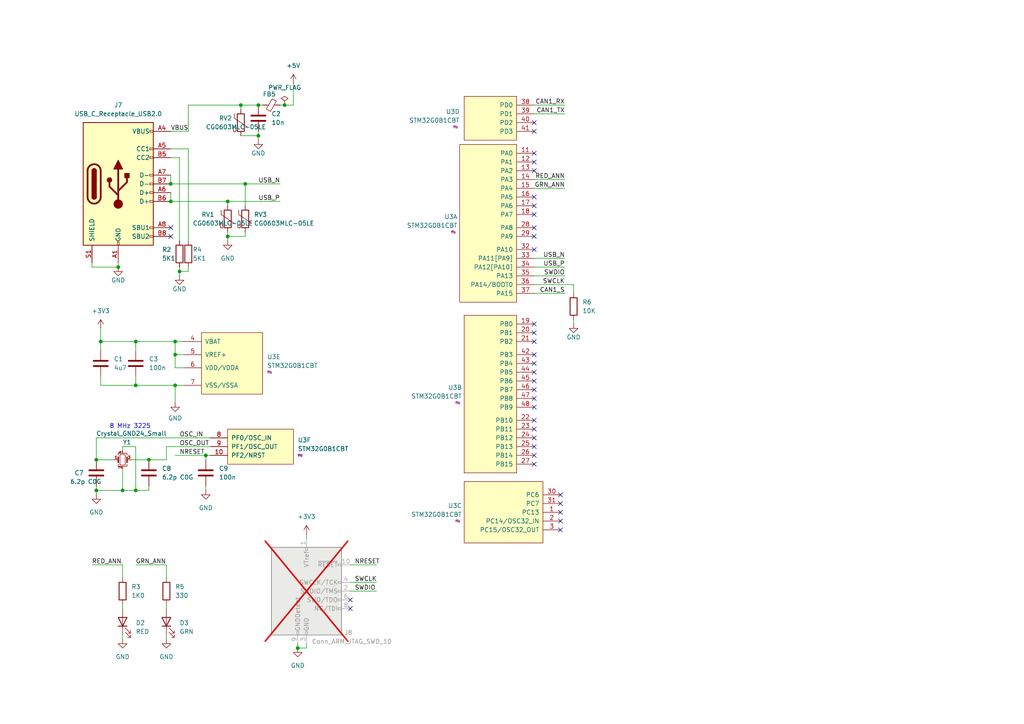
<source format=kicad_sch>
(kicad_sch (version 20250114) (generator "eeschema") (generator_version "9.0")
  (paper "A4")
  (lib_symbols
    (symbol "Connector:Conn_ARM_JTAG_SWD_10" (pin_names (offset 1.016))
      (property "Reference" "J" (at -2.54 16.51 0))
      (property "Value" "Conn_ARM_JTAG_SWD_10" (at -2.54 13.97 0))
      (symbol "Conn_ARM_JTAG_SWD_10_0_1"
        (rectangle (start -10.16 12.7) (end 10.16 -12.7) (stroke (width 0.254)) (fill (type background)))
        (rectangle (start -2.794 -12.7) (end -2.286 -11.684))
        (rectangle (start -0.254 12.7) (end 0.254 11.684))
        (rectangle (start -0.254 -12.7) (end 0.254 -11.684))
        (rectangle (start 9.144 2.286) (end 10.16 2.794))
        (rectangle (start 10.16 7.874) (end 9.144 7.366))
        (rectangle (start 10.16 -0.254) (end 9.144 0.254))
        (rectangle (start 10.16 -2.794) (end 9.144 -2.286))
      )
      (symbol "Conn_ARM_JTAG_SWD_10_1_1"
        (rectangle (start 9.144 -5.334) (end 10.16 -4.826))
        (pin no_connect line (at -10.16 0 0) (length 2.54) (hide yes) (name "KEY") (number "7"))
        (pin passive line (at -2.54 -15.24 90) (length 2.54) (name "GNDDetect") (number "9"))
        (pin power_in line (at 0 15.24 270) (length 2.54) (name "VTref") (number "1"))
        (pin power_in line (at 0 -15.24 90) (length 2.54) (name "GND") (number "3"))
        (pin passive line (at 0 -15.24 90) (length 2.54) (hide yes) (name "GND") (number "5"))
        (pin open_collector line (at 12.7 7.62 180) (length 2.54) (name "~{RESET}") (number "10"))
        (pin output line (at 12.7 2.54 180) (length 2.54) (name "SWCLK/TCK") (number "4"))
        (pin bidirectional line (at 12.7 0 180) (length 2.54) (name "SWDIO/TMS") (number "2"))
        (pin input line (at 12.7 -2.54 180) (length 2.54) (name "SWO/TDO") (number "6"))
        (pin output line (at 12.7 -5.08 180) (length 2.54) (name "NC/TDI") (number "8"))
      )
    )
    (symbol "Connector:USB_C_Receptacle_USB2.0_16P" (pin_names (offset 1.016))
      (property "Reference" "J" (at 0 22.225 0))
      (property "Value" "USB_C_Receptacle_USB2.0_16P" (at 0 19.685 0))
      (symbol "USB_C_Receptacle_USB2.0_16P_0_0"
        (rectangle (start -0.254 -17.78) (end 0.254 -16.764))
        (rectangle (start 10.16 15.494) (end 9.144 14.986))
        (rectangle (start 10.16 10.414) (end 9.144 9.906))
        (rectangle (start 10.16 7.874) (end 9.144 7.366))
        (rectangle (start 10.16 2.794) (end 9.144 2.286))
        (rectangle (start 10.16 0.254) (end 9.144 -0.254))
        (rectangle (start 10.16 -2.286) (end 9.144 -2.794))
        (rectangle (start 10.16 -4.826) (end 9.144 -5.334))
        (rectangle (start 10.16 -12.446) (end 9.144 -12.954))
        (rectangle (start 10.16 -14.986) (end 9.144 -15.494))
      )
      (symbol "USB_C_Receptacle_USB2.0_16P_0_1"
        (rectangle (start -10.16 17.78) (end 10.16 -17.78) (stroke (width 0.254)) (fill (type background)))
        (polyline (pts (xy -8.89 -3.81) (xy -8.89 3.81)) (stroke (width 0.508)))
        (rectangle (start -7.62 -3.81) (end -6.35 3.81) (stroke (width 0.254)) (fill (type outline)))
        (arc (start -7.62 3.81) (mid -6.985 4.4423) (end -6.35 3.81) (stroke (width 0.254)))
        (arc (start -7.62 3.81) (mid -6.985 4.4423) (end -6.35 3.81) (stroke (width 0.254)) (fill (type outline)))
        (arc (start -8.89 3.81) (mid -6.985 5.7067) (end -5.08 3.81) (stroke (width 0.508)))
        (arc (start -5.08 -3.81) (mid -6.985 -5.7067) (end -8.89 -3.81) (stroke (width 0.508)))
        (arc (start -6.35 -3.81) (mid -6.985 -4.4423) (end -7.62 -3.81) (stroke (width 0.254)))
        (arc (start -6.35 -3.81) (mid -6.985 -4.4423) (end -7.62 -3.81) (stroke (width 0.254)) (fill (type outline)))
        (polyline (pts (xy -5.08 3.81) (xy -5.08 -3.81)) (stroke (width 0.508)))
        (circle (center -2.54 1.143) (radius 0.635) (stroke (width 0.254)) (fill (type outline)))
        (polyline (pts (xy -1.27 4.318) (xy 0 6.858) (xy 1.27 4.318) (xy -1.27 4.318)) (stroke (width 0.254)) (fill (type outline)))
        (polyline (pts (xy 0 -2.032) (xy 2.54 0.508) (xy 2.54 1.778)) (stroke (width 0.508)))
        (polyline (pts (xy 0 -3.302) (xy -2.54 -0.762) (xy -2.54 0.508)) (stroke (width 0.508)))
        (polyline (pts (xy 0 -5.842) (xy 0 4.318)) (stroke (width 0.508)))
        (circle (center 0 -5.842) (radius 1.27) (fill (type outline)))
        (rectangle (start 1.905 1.778) (end 3.175 3.048) (stroke (width 0.254)) (fill (type outline)))
      )
      (symbol "USB_C_Receptacle_USB2.0_16P_1_1"
        (pin passive line (at -7.62 -22.86 90) (length 5.08) (name "SHIELD") (number "S1"))
        (pin passive line (at 0 -22.86 90) (length 5.08) (name "GND") (number "A1"))
        (pin passive line (at 0 -22.86 90) (length 5.08) (hide yes) (name "GND") (number "A12"))
        (pin passive line (at 0 -22.86 90) (length 5.08) (hide yes) (name "GND") (number "B1"))
        (pin passive line (at 0 -22.86 90) (length 5.08) (hide yes) (name "GND") (number "B12"))
        (pin passive line (at 15.24 15.24 180) (length 5.08) (name "VBUS") (number "A4"))
        (pin passive line (at 15.24 15.24 180) (length 5.08) (hide yes) (name "VBUS") (number "A9"))
        (pin passive line (at 15.24 15.24 180) (length 5.08) (hide yes) (name "VBUS") (number "B4"))
        (pin passive line (at 15.24 15.24 180) (length 5.08) (hide yes) (name "VBUS") (number "B9"))
        (pin bidirectional line (at 15.24 10.16 180) (length 5.08) (name "CC1") (number "A5"))
        (pin bidirectional line (at 15.24 7.62 180) (length 5.08) (name "CC2") (number "B5"))
        (pin bidirectional line (at 15.24 2.54 180) (length 5.08) (name "D-") (number "A7"))
        (pin bidirectional line (at 15.24 0 180) (length 5.08) (name "D-") (number "B7"))
        (pin bidirectional line (at 15.24 -2.54 180) (length 5.08) (name "D+") (number "A6"))
        (pin bidirectional line (at 15.24 -5.08 180) (length 5.08) (name "D+") (number "B6"))
        (pin bidirectional line (at 15.24 -12.7 180) (length 5.08) (name "SBU1") (number "A8"))
        (pin bidirectional line (at 15.24 -15.24 180) (length 5.08) (name "SBU2") (number "B8"))
      )
    )
    (symbol "Device:C" (pin_numbers (hide yes)) (pin_names (offset 0.254))
      (property "Reference" "C" (at 0.635 2.54 0))
      (property "Value" "C" (at 0.635 -2.54 0))
      (symbol "C_0_1"
        (polyline (pts (xy -2.032 0.762) (xy 2.032 0.762)) (stroke (width 0.508)))
        (polyline (pts (xy -2.032 -0.762) (xy 2.032 -0.762)) (stroke (width 0.508)))
      )
      (symbol "C_1_1"
        (pin passive line (at 0 3.81 270) (length 2.794) (name "~") (number "1"))
        (pin passive line (at 0 -3.81 90) (length 2.794) (name "~") (number "2"))
      )
    )
    (symbol "Device:Crystal_GND24_Small" (pin_names (offset 1.016) (hide yes))
      (property "Reference" "Y" (at 1.27 4.445 0))
      (property "Value" "Crystal_GND24_Small" (at 1.27 2.54 0))
      (symbol "Crystal_GND24_Small_0_1"
        (polyline (pts (xy -1.27 1.27) (xy -1.27 1.905) (xy 1.27 1.905) (xy 1.27 1.27)))
        (polyline (pts (xy -1.27 -0.762) (xy -1.27 0.762)) (stroke (width 0.381)))
        (polyline (pts (xy -1.27 -1.27) (xy -1.27 -1.905) (xy 1.27 -1.905) (xy 1.27 -1.27)))
        (rectangle (start -0.762 -1.524) (end 0.762 1.524))
        (polyline (pts (xy 1.27 -0.762) (xy 1.27 0.762)) (stroke (width 0.381)))
      )
      (symbol "Crystal_GND24_Small_1_1"
        (pin passive line (at -2.54 0 0) (length 1.27) (name "1") (number "1"))
        (pin passive line (at 0 2.54 270) (length 0.635) (name "4") (number "4"))
        (pin passive line (at 0 -2.54 90) (length 0.635) (name "2") (number "2"))
        (pin passive line (at 2.54 0 180) (length 1.27) (name "3") (number "3"))
      )
    )
    (symbol "Device:FerriteBead_Small" (pin_numbers (hide yes)) (pin_names (offset 0))
      (property "Reference" "FB" (at 1.905 1.27 0))
      (property "Value" "FerriteBead_Small" (at 1.905 -1.27 0))
      (symbol "FerriteBead_Small_0_1"
        (polyline (pts (xy -1.8288 0.2794) (xy -1.1176 1.4986) (xy 1.8288 -0.2032) (xy 1.1176 -1.4224) (xy -1.8288 0.2794)))
        (polyline (pts (xy 0 0.889) (xy 0 1.2954)))
        (polyline (pts (xy 0 -1.27) (xy 0 -0.7874)))
      )
      (symbol "FerriteBead_Small_1_1"
        (pin passive line (at 0 2.54 270) (length 1.27) (name "~") (number "1"))
        (pin passive line (at 0 -2.54 90) (length 1.27) (name "~") (number "2"))
      )
    )
    (symbol "Device:LED" (pin_numbers (hide yes)) (pin_names (offset 1.016) (hide yes))
      (property "Reference" "D" (at 0 2.54 0))
      (property "Value" "LED" (at 0 -2.54 0))
      (symbol "LED_0_1"
        (polyline (pts (xy -3.048 -0.762) (xy -4.572 -2.286) (xy -3.81 -2.286) (xy -4.572 -2.286) (xy -4.572 -1.524)))
        (polyline (pts (xy -1.778 -0.762) (xy -3.302 -2.286) (xy -2.54 -2.286) (xy -3.302 -2.286) (xy -3.302 -1.524)))
        (polyline (pts (xy -1.27 0) (xy 1.27 0)))
        (polyline (pts (xy -1.27 -1.27) (xy -1.27 1.27)) (stroke (width 0.254)))
        (polyline (pts (xy 1.27 -1.27) (xy 1.27 1.27) (xy -1.27 0) (xy 1.27 -1.27)) (stroke (width 0.254)))
      )
      (symbol "LED_1_1"
        (pin passive line (at -3.81 0 0) (length 2.54) (name "K") (number "1"))
        (pin passive line (at 3.81 0 180) (length 2.54) (name "A") (number "2"))
      )
    )
    (symbol "Device:R" (pin_numbers (hide yes)) (pin_names (offset 0))
      (property "Reference" "R" (at 2.032 0 90))
      (property "Value" "R" (at 0 0 90))
      (symbol "R_0_1"
        (rectangle (start -1.016 -2.54) (end 1.016 2.54) (stroke (width 0.254)))
      )
      (symbol "R_1_1"
        (pin passive line (at 0 3.81 270) (length 1.27) (name "~") (number "1"))
        (pin passive line (at 0 -3.81 90) (length 1.27) (name "~") (number "2"))
      )
    )
    (symbol "Device:Varistor" (pin_numbers (hide yes)) (pin_names (offset 0))
      (property "Reference" "RV" (at 3.175 0 90))
      (property "Value" "Varistor" (at -3.175 0 90))
      (symbol "Varistor_0_0"
        (text "U" (at -1.778 -2.032 0) (effects (font (size 1.27 1.27))))
      )
      (symbol "Varistor_0_1"
        (polyline (pts (xy -1.905 2.54) (xy -1.905 1.27) (xy 1.905 -1.27)))
        (rectangle (start -1.016 -2.54) (end 1.016 2.54) (stroke (width 0.254)))
      )
      (symbol "Varistor_1_1"
        (pin passive line (at 0 3.81 270) (length 1.27) (name "~") (number "1"))
        (pin passive line (at 0 -3.81 90) (length 1.27) (name "~") (number "2"))
      )
    )
    (symbol "ch:STM32G0B1CBT" (pin_names (offset 1.016))
      (property "Reference" "U" (at 3.81 10.16 0))
      (property "Value" "STM32G0B1CBT" (at 0 -25.4 0))
      (property "Fit" "fit: " (at 6.35 10.16 0))
      (symbol "STM32G0B1CBT_1_1"
        (rectangle (start -8.89 24.13) (end 7.62 -21.59) (fill (type background)))
        (pin bidirectional line (at -13.97 21.59 0) (length 5.08) (name "PA0") (number "11"))
        (pin bidirectional line (at -13.97 19.05 0) (length 5.08) (name "PA1") (number "12"))
        (pin bidirectional line (at -13.97 16.51 0) (length 5.08) (name "PA2") (number "13"))
        (pin bidirectional line (at -13.97 13.97 0) (length 5.08) (name "PA3") (number "14"))
        (pin bidirectional line (at -13.97 11.43 0) (length 5.08) (name "PA4") (number "15"))
        (pin bidirectional line (at -13.97 8.89 0) (length 5.08) (name "PA5") (number "16"))
        (pin bidirectional line (at -13.97 6.35 0) (length 5.08) (name "PA6") (number "17"))
        (pin bidirectional line (at -13.97 3.81 0) (length 5.08) (name "PA7") (number "18"))
        (pin bidirectional line (at -13.97 0 0) (length 5.08) (name "PA8") (number "28"))
        (pin bidirectional line (at -13.97 -2.54 0) (length 5.08) (name "PA9") (number "29"))
        (pin bidirectional line (at -13.97 -6.35 0) (length 5.08) (name "PA10") (number "32"))
        (pin bidirectional line (at -13.97 -8.89 0) (length 5.08) (name "PA11[PA9]") (number "33"))
        (pin bidirectional line (at -13.97 -11.43 0) (length 5.08) (name "PA12[PA10]") (number "34"))
        (pin bidirectional line (at -13.97 -13.97 0) (length 5.08) (name "PA13") (number "35"))
        (pin bidirectional line (at -13.97 -16.51 0) (length 5.08) (name "PA14/BOOT0") (number "36"))
        (pin bidirectional line (at -13.97 -19.05 0) (length 5.08) (name "PA15") (number "37"))
      )
      (symbol "STM32G0B1CBT_2_1"
        (rectangle (start -7.62 22.86) (end 7.62 -22.86) (fill (type background)))
        (pin bidirectional line (at -12.7 20.32 0) (length 5.08) (name "PB0") (number "19"))
        (pin bidirectional line (at -12.7 17.78 0) (length 5.08) (name "PB1") (number "20"))
        (pin bidirectional line (at -12.7 15.24 0) (length 5.08) (name "PB2") (number "21"))
        (pin bidirectional line (at -12.7 11.43 0) (length 5.08) (name "PB3") (number "42"))
        (pin bidirectional line (at -12.7 8.89 0) (length 5.08) (name "PB4") (number "43"))
        (pin bidirectional line (at -12.7 6.35 0) (length 5.08) (name "PB5") (number "44"))
        (pin bidirectional line (at -12.7 3.81 0) (length 5.08) (name "PB6") (number "45"))
        (pin bidirectional line (at -12.7 1.27 0) (length 5.08) (name "PB7") (number "46"))
        (pin bidirectional line (at -12.7 -1.27 0) (length 5.08) (name "PB8") (number "47"))
        (pin bidirectional line (at -12.7 -3.81 0) (length 5.08) (name "PB9") (number "48"))
        (pin bidirectional line (at -12.7 -7.62 0) (length 5.08) (name "PB10") (number "22"))
        (pin bidirectional line (at -12.7 -10.16 0) (length 5.08) (name "PB11") (number "23"))
        (pin bidirectional line (at -12.7 -12.7 0) (length 5.08) (name "PB12") (number "24"))
        (pin bidirectional line (at -12.7 -15.24 0) (length 5.08) (name "PB13") (number "25"))
        (pin bidirectional line (at -12.7 -17.78 0) (length 5.08) (name "PB14") (number "26"))
        (pin bidirectional line (at -12.7 -20.32 0) (length 5.08) (name "PB15") (number "27"))
      )
      (symbol "STM32G0B1CBT_3_1"
        (rectangle (start -11.43 8.89) (end 11.43 -8.89) (fill (type background)))
        (pin bidirectional line (at -16.51 5.08 0) (length 5.08) (name "PC6") (number "30"))
        (pin bidirectional line (at -16.51 2.54 0) (length 5.08) (name "PC7") (number "31"))
        (pin bidirectional line (at -16.51 0 0) (length 5.08) (name "PC13") (number "1"))
        (pin bidirectional line (at -16.51 -2.54 0) (length 5.08) (name "PC14/OSC32_IN") (number "2"))
        (pin bidirectional line (at -16.51 -5.08 0) (length 5.08) (name "PC15/OSC32_OUT") (number "3"))
      )
      (symbol "STM32G0B1CBT_4_1"
        (rectangle (start -7.62 6.35) (end 7.62 -6.35) (fill (type background)))
        (pin bidirectional line (at -12.7 3.81 0) (length 5.08) (name "PD0") (number "38"))
        (pin bidirectional line (at -12.7 1.27 0) (length 5.08) (name "PD1") (number "39"))
        (pin bidirectional line (at -12.7 -1.27 0) (length 5.08) (name "PD2") (number "40"))
        (pin bidirectional line (at -12.7 -3.81 0) (length 5.08) (name "PD3") (number "41"))
      )
      (symbol "STM32G0B1CBT_5_1"
        (rectangle (start -8.89 8.89) (end 8.89 -8.89) (fill (type background)))
        (pin power_in line (at -13.97 6.35 0) (length 5.08) (name "VBAT") (number "4"))
        (pin power_in line (at -13.97 2.54 0) (length 5.08) (name "VREF+") (number "5"))
        (pin power_in line (at -13.97 -1.27 0) (length 5.08) (name "VDD/VDDA") (number "6"))
        (pin power_in line (at -13.97 -6.35 0) (length 5.08) (name "VSS/VSSA") (number "7"))
      )
      (symbol "STM32G0B1CBT_6_1"
        (rectangle (start -10.16 5.08) (end 8.89 -5.08) (fill (type background)))
        (pin bidirectional line (at -15.24 2.54 0) (length 5.08) (name "PF0/OSC_IN") (number "8"))
        (pin bidirectional line (at -15.24 0 0) (length 5.08) (name "PF1/OSC_OUT") (number "9"))
        (pin bidirectional line (at -15.24 -2.54 0) (length 5.08) (name "PF2/NRST") (number "10"))
      )
    )
    (symbol "power:+3V3" (power) (pin_numbers (hide yes)) (pin_names (offset 0) (hide yes))
      (property "Value" "+3V3" (at 0 3.556 0))
      (symbol "+3V3_0_1"
        (polyline (pts (xy -0.762 1.27) (xy 0 2.54)))
        (polyline (pts (xy 0 2.54) (xy 0.762 1.27)))
        (polyline (pts (xy 0 0) (xy 0 2.54)))
      )
      (symbol "+3V3_1_1"
        (pin power_in line (at 0 0 90) (length 0) (name "~") (number "1"))
      )
    )
    (symbol "power:+5V" (power) (pin_numbers (hide yes)) (pin_names (offset 0) (hide yes))
      (property "Value" "+5V" (at 0 3.556 0))
      (symbol "+5V_0_1"
        (polyline (pts (xy -0.762 1.27) (xy 0 2.54)))
        (polyline (pts (xy 0 2.54) (xy 0.762 1.27)))
        (polyline (pts (xy 0 0) (xy 0 2.54)))
      )
      (symbol "+5V_1_1"
        (pin power_in line (at 0 0 90) (length 0) (name "~") (number "1"))
      )
    )
    (symbol "power:GND" (power) (pin_numbers (hide yes)) (pin_names (offset 0) (hide yes))
      (property "Value" "GND" (at 0 -3.81 0))
      (symbol "GND_0_1"
        (polyline (pts (xy 0 0) (xy 0 -1.27) (xy 1.27 -1.27) (xy 0 -2.54) (xy -1.27 -1.27) (xy 0 -1.27)))
      )
      (symbol "GND_1_1"
        (pin power_in line (at 0 0 270) (length 0) (name "~") (number "1"))
      )
    )
    (symbol "power:PWR_FLAG" (power) (pin_numbers (hide yes)) (pin_names (offset 0) (hide yes))
      (property "Value" "PWR_FLAG" (at 0 3.81 0))
      (symbol "PWR_FLAG_0_0"
        (pin power_out line (at 0 0 90) (length 0) (name "~") (number "1"))
      )
      (symbol "PWR_FLAG_0_1"
        (polyline (pts (xy 0 0) (xy 0 1.27) (xy -1.016 1.905) (xy 0 2.54) (xy 1.016 1.905) (xy 0 1.27)))
      )
    )
  )
  (text "8 MHz 3225" (at 31.75 124.46 0) (effects (font (size 1.27 1.27)) (justify left bottom)))
  (junction (at 29.21 99.06))
  (junction (at 39.37 142.24))
  (junction (at 71.12 53.34))
  (junction (at 86.36 187.96))
  (junction (at 49.53 58.42))
  (junction (at 27.94 133.35))
  (junction (at 34.29 77.47))
  (junction (at 66.04 68.58))
  (junction (at 43.18 133.35))
  (junction (at 50.8 102.87))
  (junction (at 39.37 99.06))
  (junction (at 59.69 132.08))
  (junction (at 49.53 53.34))
  (junction (at 35.56 142.24))
  (junction (at 82.55 30.48))
  (junction (at 74.93 39.37))
  (junction (at 74.93 30.48))
  (junction (at 50.8 111.76))
  (junction (at 27.94 142.24))
  (junction (at 69.85 30.48))
  (junction (at 39.37 111.76))
  (junction (at 66.04 58.42))
  (junction (at 52.07 78.74))
  (junction (at 50.8 99.06))
  (no_connect (at 154.94 115.57))
  (no_connect (at 154.94 46.99))
  (no_connect (at 154.94 132.08))
  (no_connect (at 154.94 99.06))
  (no_connect (at 154.94 127))
  (no_connect (at 154.94 110.49))
  (no_connect (at 154.94 57.15))
  (no_connect (at 49.53 66.04))
  (no_connect (at 154.94 44.45))
  (no_connect (at 162.56 143.51))
  (no_connect (at 154.94 72.39))
  (no_connect (at 49.53 68.58))
  (no_connect (at 154.94 59.69))
  (no_connect (at 154.94 107.95))
  (no_connect (at 154.94 62.23))
  (no_connect (at 154.94 118.11))
  (no_connect (at 154.94 93.98))
  (no_connect (at 154.94 38.1))
  (no_connect (at 154.94 49.53))
  (no_connect (at 154.94 35.56))
  (no_connect (at 154.94 121.92))
  (no_connect (at 154.94 68.58))
  (no_connect (at 154.94 66.04))
  (no_connect (at 154.94 105.41))
  (no_connect (at 154.94 96.52))
  (no_connect (at 101.6 173.99))
  (no_connect (at 154.94 124.46))
  (no_connect (at 154.94 129.54))
  (no_connect (at 154.94 102.87))
  (no_connect (at 154.94 134.62))
  (no_connect (at 154.94 113.03))
  (no_connect (at 162.56 151.13))
  (no_connect (at 162.56 148.59))
  (no_connect (at 162.56 153.67))
  (no_connect (at 101.6 176.53))
  (no_connect (at 162.56 146.05))
  (wire (pts (xy 66.04 68.58) (xy 71.12 68.58)))
  (wire (pts (xy 88.9 187.96) (xy 86.36 187.96)))
  (wire (pts (xy 50.8 116.84) (xy 50.8 111.76)))
  (wire (pts (xy 29.21 99.06) (xy 39.37 99.06)))
  (wire (pts (xy 52.07 77.47) (xy 52.07 78.74)))
  (wire (pts (xy 163.83 80.01) (xy 154.94 80.01)))
  (wire (pts (xy 163.83 30.48) (xy 154.94 30.48)))
  (wire (pts (xy 35.56 135.89) (xy 35.56 142.24)))
  (wire (pts (xy 54.61 30.48) (xy 54.61 38.1)))
  (wire (pts (xy 163.83 33.02) (xy 154.94 33.02)))
  (wire (pts (xy 35.56 129.54) (xy 39.37 129.54)))
  (wire (pts (xy 27.94 133.35) (xy 33.02 133.35)))
  (wire (pts (xy 163.83 85.09) (xy 154.94 85.09)))
  (wire (pts (xy 26.67 163.83) (xy 35.56 163.83)))
  (wire (pts (xy 38.1 133.35) (xy 43.18 133.35)))
  (wire (pts (xy 48.26 133.35) (xy 48.26 129.54)))
  (wire (pts (xy 74.93 30.48) (xy 76.2 30.48)))
  (wire (pts (xy 59.69 132.08) (xy 59.69 133.35)))
  (wire (pts (xy 69.85 30.48) (xy 69.85 31.75)))
  (wire (pts (xy 39.37 101.6) (xy 39.37 99.06)))
  (wire (pts (xy 66.04 67.31) (xy 66.04 68.58)))
  (wire (pts (xy 59.69 132.08) (xy 60.96 132.08)))
  (wire (pts (xy 39.37 111.76) (xy 50.8 111.76)))
  (wire (pts (xy 39.37 129.54) (xy 39.37 142.24)))
  (wire (pts (xy 69.85 30.48) (xy 74.93 30.48)))
  (wire (pts (xy 101.6 168.91) (xy 109.22 168.91)))
  (wire (pts (xy 53.34 106.68) (xy 50.8 106.68)))
  (wire (pts (xy 71.12 67.31) (xy 71.12 68.58)))
  (wire (pts (xy 27.94 127) (xy 60.96 127)))
  (wire (pts (xy 35.56 184.15) (xy 35.56 185.42)))
  (wire (pts (xy 50.8 99.06) (xy 50.8 102.87)))
  (wire (pts (xy 163.83 52.07) (xy 154.94 52.07)))
  (wire (pts (xy 48.26 133.35) (xy 43.18 133.35)))
  (wire (pts (xy 52.07 45.72) (xy 49.53 45.72)))
  (wire (pts (xy 35.56 175.26) (xy 35.56 176.53)))
  (wire (pts (xy 52.07 78.74) (xy 52.07 80.01)))
  (wire (pts (xy 69.85 39.37) (xy 74.93 39.37)))
  (wire (pts (xy 29.21 109.22) (xy 29.21 111.76)))
  (wire (pts (xy 39.37 142.24) (xy 43.18 142.24)))
  (wire (pts (xy 85.09 24.13) (xy 85.09 30.48)))
  (wire (pts (xy 71.12 53.34) (xy 71.12 59.69)))
  (wire (pts (xy 50.8 111.76) (xy 53.34 111.76)))
  (wire (pts (xy 29.21 111.76) (xy 39.37 111.76)))
  (wire (pts (xy 66.04 58.42) (xy 66.04 59.69)))
  (wire (pts (xy 48.26 163.83) (xy 48.26 167.64)))
  (wire (pts (xy 50.8 102.87) (xy 53.34 102.87)))
  (wire (pts (xy 163.83 54.61) (xy 154.94 54.61)))
  (wire (pts (xy 50.8 99.06) (xy 53.34 99.06)))
  (wire (pts (xy 74.93 39.37) (xy 74.93 40.64)))
  (wire (pts (xy 27.94 140.97) (xy 27.94 142.24)))
  (wire (pts (xy 54.61 38.1) (xy 49.53 38.1)))
  (wire (pts (xy 85.09 30.48) (xy 82.55 30.48)))
  (wire (pts (xy 166.37 92.71) (xy 166.37 93.98)))
  (wire (pts (xy 54.61 78.74) (xy 54.61 77.47)))
  (wire (pts (xy 39.37 163.83) (xy 48.26 163.83)))
  (wire (pts (xy 163.83 74.93) (xy 154.94 74.93)))
  (wire (pts (xy 49.53 50.8) (xy 49.53 53.34)))
  (wire (pts (xy 49.53 55.88) (xy 49.53 58.42)))
  (wire (pts (xy 27.94 142.24) (xy 35.56 142.24)))
  (wire (pts (xy 101.6 171.45) (xy 109.22 171.45)))
  (wire (pts (xy 34.29 76.2) (xy 34.29 77.47)))
  (wire (pts (xy 49.53 53.34) (xy 71.12 53.34)))
  (wire (pts (xy 39.37 109.22) (xy 39.37 111.76)))
  (wire (pts (xy 54.61 78.74) (xy 52.07 78.74)))
  (wire (pts (xy 43.18 142.24) (xy 43.18 140.97)))
  (wire (pts (xy 29.21 101.6) (xy 29.21 99.06)))
  (wire (pts (xy 50.8 102.87) (xy 50.8 106.68)))
  (wire (pts (xy 27.94 127) (xy 27.94 133.35)))
  (wire (pts (xy 48.26 175.26) (xy 48.26 176.53)))
  (wire (pts (xy 29.21 95.25) (xy 29.21 99.06)))
  (wire (pts (xy 59.69 140.97) (xy 59.69 142.24)))
  (wire (pts (xy 166.37 82.55) (xy 154.94 82.55)))
  (wire (pts (xy 35.56 130.81) (xy 35.56 129.54)))
  (wire (pts (xy 52.07 69.85) (xy 52.07 45.72)))
  (wire (pts (xy 166.37 82.55) (xy 166.37 85.09)))
  (wire (pts (xy 54.61 30.48) (xy 69.85 30.48)))
  (wire (pts (xy 86.36 186.69) (xy 86.36 187.96)))
  (wire (pts (xy 82.55 30.48) (xy 81.28 30.48)))
  (wire (pts (xy 35.56 142.24) (xy 39.37 142.24)))
  (wire (pts (xy 39.37 99.06) (xy 50.8 99.06)))
  (wire (pts (xy 74.93 39.37) (xy 74.93 38.1)))
  (wire (pts (xy 54.61 69.85) (xy 54.61 43.18)))
  (wire (pts (xy 27.94 142.24) (xy 27.94 143.51)))
  (wire (pts (xy 49.53 58.42) (xy 66.04 58.42)))
  (wire (pts (xy 54.61 43.18) (xy 49.53 43.18)))
  (wire (pts (xy 48.26 184.15) (xy 48.26 185.42)))
  (wire (pts (xy 35.56 163.83) (xy 35.56 167.64)))
  (wire (pts (xy 26.67 77.47) (xy 34.29 77.47)))
  (wire (pts (xy 88.9 154.94) (xy 88.9 156.21)))
  (wire (pts (xy 163.83 77.47) (xy 154.94 77.47)))
  (wire (pts (xy 66.04 68.58) (xy 66.04 69.85)))
  (wire (pts (xy 26.67 76.2) (xy 26.67 77.47)))
  (wire (pts (xy 50.8 132.08) (xy 59.69 132.08)))
  (wire (pts (xy 48.26 129.54) (xy 60.96 129.54)))
  (wire (pts (xy 66.04 58.42) (xy 81.28 58.42)))
  (wire (pts (xy 71.12 53.34) (xy 81.28 53.34)))
  (wire (pts (xy 101.6 163.83) (xy 109.22 163.83)))
  (wire (pts (xy 88.9 186.69) (xy 88.9 187.96)))
  (label "VBUS" (at 49.53 38.1 0))
  (label "SWCLK" (at 163.83 82.55 180))
  (label "OSC_IN" (at 52.07 127 0))
  (label "USB_N" (at 74.93 53.34 0))
  (label "OSC_OUT" (at 52.07 129.54 0))
  (label "NRESET" (at 102.87 163.83 0))
  (label "USB_N" (at 163.83 74.93 180))
  (label "SWDIO" (at 102.87 171.45 0))
  (label "RED_ANN" (at 26.67 163.83 0))
  (label "USB_P" (at 74.93 58.42 0))
  (label "GRN_ANN" (at 39.37 163.83 0))
  (label "SWCLK" (at 102.87 168.91 0))
  (label "CAN1_RX" (at 163.83 30.48 180))
  (label "SWDIO" (at 163.83 80.01 180))
  (label "CAN1_TX" (at 163.83 33.02 180))
  (label "NRESET" (at 52.07 132.08 0))
  (label "USB_P" (at 163.83 77.47 180))
  (label "CAN1_S" (at 163.83 85.09 180))
  (label "RED_ANN" (at 163.83 52.07 180))
  (label "GRN_ANN" (at 163.83 54.61 180))
  (symbol (lib_id "Device:Varistor") (at 71.12 63.5 0) (unit 1)
    (property "Reference" "RV3" (at 73.66 62.23 0) (effects (justify left)))
    (property "Value" "CG0603MLC-05LE" (at 73.66 64.77 0) (effects (justify left)))
    (property "Description" "Voltage dependent resistor" (effects (hide yes)))
    (property "Sim.Name" "kicad_builtin_varistor" (effects (hide yes)))
    (property "Sim.Device" "SUBCKT" (effects (hide yes)))
    (property "Sim.Pins" "1=A 2=B" (effects (hide yes)))
    (property "Sim.Params" "threshold=1k" (effects (hide yes)))
    (property "Sim.Library" "${KICAD7_SYMBOL_DIR}/Simulation_SPICE.sp" (effects (hide yes)))
  )
  (symbol (lib_id "power:+5V") (at 85.09 24.13 0) (unit 1)
    (property "Reference" "#PWR018" (effects (hide yes)))
    (property "Value" "+5V" (at 85.09 19.05 0))
    (property "Description" "Power symbol creates a global label with name \"+5V\"" (effects (hide yes)))
  )
  (symbol (lib_id "power:+3V3") (at 29.21 95.25 0) (unit 1)
    (property "Reference" "#PWR08" (effects (hide yes)))
    (property "Value" "+3V3" (at 29.21 90.17 0))
    (property "Description" "Power symbol creates a global label with name \"+3V3\"" (effects (hide yes)))
  )
  (symbol (lib_id "power:GND") (at 66.04 69.85 0) (unit 1)
    (property "Reference" "#PWR09" (effects (hide yes)))
    (property "Value" "GND" (at 66.04 74.93 0))
    (property "Description" "Power symbol creates a global label with name \"GND\" , ground" (effects (hide yes)))
  )
  (symbol (lib_id "ch:STM32G0B1CBT") (at 67.31 105.41 0) (unit 5)
    (property "Reference" "U3" (at 77.47 103.505 0) (effects (justify left)))
    (property "Value" "STM32G0B1CBT" (at 77.47 106.045 0) (effects (justify left)))
    (property "Footprint" "Package_QFP:LQFP-48_7x7mm_P0.5mm" (effects (hide yes)))
    (property "Datasheet" "$PTX_DATASHEETS/datasheets/Microcontroller/STW_stm32g0b1re.pdf" (effects (hide yes)))
    (property "Datasheet2" "$PTX_DATASHEETS/datasheets/Microcontroller/STW_stm32g0b1re_reference_maual.pdf" (effects (hide yes)))
    (property "Manufacturer" "ST" (effects (hide yes)))
    (property "MPN" "STM32G0B1CBT" (effects (hide yes)))
    (property "Fit" "fit: " (at 77.47 107.95 0) (effects (font (size 0.635 0.635)) (justify left)))
    (property "State" "reviewed" (effects (hide yes)))
    (property "Package" "LQFP48" (effects (hide yes)))
  )
  (symbol (lib_id "Device:Crystal_GND24_Small") (at 35.56 133.35 0) (unit 1)
    (property "Reference" "Y1" (at 36.83 128.27 0))
    (property "Value" "Crystal_GND24_Small" (at 38.1 125.73 0))
    (property "Description" "Four pin crystal, GND on pins 2 and 4, small symbol" (effects (hide yes)))
  )
  (symbol (lib_id "Device:C") (at 29.21 105.41 0) (unit 1)
    (property "Reference" "C1" (at 33.02 104.1399 0) (effects (justify left)))
    (property "Value" "4u7" (at 33.02 106.6799 0) (effects (justify left)))
    (property "Description" "Unpolarized capacitor" (effects (hide yes)))
  )
  (symbol (lib_id "ch:STM32G0B1CBT") (at 146.05 148.59 0) (mirror y) (unit 3)
    (property "Reference" "U3" (at 133.985 146.685 0) (effects (justify left)))
    (property "Value" "STM32G0B1CBT" (at 133.985 149.225 0) (effects (justify left)))
    (property "Footprint" "Package_QFP:LQFP-48_7x7mm_P0.5mm" (effects (hide yes)))
    (property "Datasheet" "$PTX_DATASHEETS/datasheets/Microcontroller/STW_stm32g0b1re.pdf" (effects (hide yes)))
    (property "Datasheet2" "$PTX_DATASHEETS/datasheets/Microcontroller/STW_stm32g0b1re_reference_maual.pdf" (effects (hide yes)))
    (property "Manufacturer" "ST" (effects (hide yes)))
    (property "MPN" "STM32G0B1CBT" (effects (hide yes)))
    (property "Fit" "fit: " (at 133.985 151.13 0) (effects (font (size 0.635 0.635)) (justify left)))
    (property "State" "reviewed" (effects (hide yes)))
    (property "Package" "LQFP48" (effects (hide yes)))
  )
  (symbol (lib_id "Device:LED") (at 48.26 180.34 90) (unit 1)
    (property "Reference" "D3" (at 52.07 180.6574 90) (effects (justify right)))
    (property "Value" "GRN" (at 52.07 183.1974 90) (effects (justify right)))
    (property "Description" "Light emitting diode" (effects (hide yes)))
    (property "Sim.Pins" "1=K 2=A" (effects (hide yes)))
  )
  (symbol (lib_id "Device:C") (at 27.94 137.16 0) (unit 1)
    (property "Reference" "C7" (at 21.59 137.16 0) (effects (justify left)))
    (property "Value" "6.2p C0G" (at 20.32 139.7 0) (effects (justify left)))
    (property "Description" "Unpolarized capacitor" (effects (hide yes)))
  )
  (symbol (lib_id "power:GND") (at 27.94 143.51 0) (unit 1)
    (property "Reference" "#PWR032" (effects (hide yes)))
    (property "Value" "GND" (at 27.94 148.59 0))
    (property "Description" "Power symbol creates a global label with name \"GND\" , ground" (effects (hide yes)))
  )
  (symbol (lib_id "Connector:USB_C_Receptacle_USB2.0_16P") (at 34.29 53.34 0) (unit 1)
    (property "Reference" "J7" (at 34.29 30.48 0))
    (property "Value" "USB_C_Receptacle_USB2.0" (at 34.29 33.02 0))
    (property "Datasheet" "https://www.usb.org/sites/default/files/documents/usb_type-c.zip" (effects (hide yes)))
    (property "Description" "USB 2.0-only 16P Type-C Receptacle connector" (effects (hide yes)))
  )
  (symbol (lib_id "power:GND") (at 166.37 93.98 0) (unit 1)
    (property "Reference" "#PWR034" (effects (hide yes)))
    (property "Value" "GND" (at 166.37 97.79 0))
    (property "Description" "Power symbol creates a global label with name \"GND\" , ground" (effects (hide yes)))
  )
  (symbol (lib_id "Device:R") (at 54.61 73.66 0) (unit 1)
    (property "Reference" "R4" (at 55.88 72.39 0) (effects (justify left)))
    (property "Value" "5K1" (at 55.88 74.93 0) (effects (justify left)))
    (property "Description" "Resistor" (effects (hide yes)))
  )
  (symbol (lib_id "power:GND") (at 50.8 116.84 0) (unit 1)
    (property "Reference" "#PWR014" (effects (hide yes)))
    (property "Value" "GND" (at 50.8 121.285 0))
    (property "Description" "Power symbol creates a global label with name \"GND\" , ground" (effects (hide yes)))
  )
  (symbol (lib_id "Device:C") (at 59.69 137.16 0) (unit 1)
    (property "Reference" "C9" (at 63.5 135.8899 0) (effects (justify left)))
    (property "Value" "100n" (at 63.5 138.4299 0) (effects (justify left)))
    (property "Description" "Unpolarized capacitor" (effects (hide yes)))
  )
  (symbol (lib_id "ch:STM32G0B1CBT") (at 76.2 129.54 0) (unit 6)
    (property "Reference" "U3" (at 86.36 127.635 0) (effects (justify left)))
    (property "Value" "STM32G0B1CBT" (at 86.36 130.175 0) (effects (justify left)))
    (property "Footprint" "Package_QFP:LQFP-48_7x7mm_P0.5mm" (effects (hide yes)))
    (property "Datasheet" "$PTX_DATASHEETS/datasheets/Microcontroller/STW_stm32g0b1re.pdf" (effects (hide yes)))
    (property "Datasheet2" "$PTX_DATASHEETS/datasheets/Microcontroller/STW_stm32g0b1re_reference_maual.pdf" (effects (hide yes)))
    (property "Manufacturer" "ST" (effects (hide yes)))
    (property "MPN" "STM32G0B1CBT" (effects (hide yes)))
    (property "Fit" "fit: " (at 86.36 132.08 0) (effects (font (size 0.635 0.635)) (justify left)))
    (property "State" "reviewed" (effects (hide yes)))
    (property "Package" "LQFP48" (effects (hide yes)))
  )
  (symbol (lib_id "Device:C") (at 43.18 137.16 0) (unit 1)
    (property "Reference" "C8" (at 46.99 135.8899 0) (effects (justify left)))
    (property "Value" "6.2p C0G" (at 46.99 138.4299 0) (effects (justify left)))
    (property "Description" "Unpolarized capacitor" (effects (hide yes)))
  )
  (symbol (lib_id "ch:STM32G0B1CBT") (at 140.97 66.04 0) (mirror y) (unit 1)
    (property "Reference" "U3" (at 132.715 62.865 0) (effects (justify left)))
    (property "Value" "STM32G0B1CBT" (at 132.715 65.405 0) (effects (justify left)))
    (property "Footprint" "Package_QFP:LQFP-48_7x7mm_P0.5mm" (effects (hide yes)))
    (property "Datasheet" "$PTX_DATASHEETS/datasheets/Microcontroller/STW_stm32g0b1re.pdf" (effects (hide yes)))
    (property "Datasheet2" "$PTX_DATASHEETS/datasheets/Microcontroller/STW_stm32g0b1re_reference_maual.pdf" (effects (hide yes)))
    (property "Manufacturer" "ST" (effects (hide yes)))
    (property "MPN" "STM32G0B1CBT" (effects (hide yes)))
    (property "Fit" "fit: " (at 132.715 67.31 0) (effects (font (size 0.635 0.635)) (justify left)))
    (property "State" "reviewed" (effects (hide yes)))
    (property "Package" "LQFP48" (effects (hide yes)))
  )
  (symbol (lib_id "power:GND") (at 35.56 185.42 0) (unit 1)
    (property "Reference" "#PWR037" (effects (hide yes)))
    (property "Value" "GND" (at 35.56 190.5 0))
    (property "Description" "Power symbol creates a global label with name \"GND\" , ground" (effects (hide yes)))
  )
  (symbol (lib_id "ch:STM32G0B1CBT") (at 142.24 34.29 0) (mirror y) (unit 4)
    (property "Reference" "U3" (at 133.35 32.385 0) (effects (justify left)))
    (property "Value" "STM32G0B1CBT" (at 133.35 34.925 0) (effects (justify left)))
    (property "Footprint" "Package_QFP:LQFP-48_7x7mm_P0.5mm" (effects (hide yes)))
    (property "Datasheet" "$PTX_DATASHEETS/datasheets/Microcontroller/STW_stm32g0b1re.pdf" (effects (hide yes)))
    (property "Datasheet2" "$PTX_DATASHEETS/datasheets/Microcontroller/STW_stm32g0b1re_reference_maual.pdf" (effects (hide yes)))
    (property "Manufacturer" "ST" (effects (hide yes)))
    (property "MPN" "STM32G0B1CBT" (effects (hide yes)))
    (property "Fit" "fit: " (at 133.35 36.83 0) (effects (font (size 0.635 0.635)) (justify left)))
    (property "State" "reviewed" (effects (hide yes)))
    (property "Package" "LQFP48" (effects (hide yes)))
  )
  (symbol (lib_id "Device:C") (at 39.37 105.41 0) (unit 1)
    (property "Reference" "C3" (at 43.18 104.1399 0) (effects (justify left)))
    (property "Value" "100n" (at 43.18 106.6799 0) (effects (justify left)))
    (property "Description" "Unpolarized capacitor" (effects (hide yes)))
  )
  (symbol (lib_id "Device:FerriteBead_Small") (at 78.74 30.48 90) (unit 1)
    (property "Reference" "FB5" (at 78.105 27.305 90))
    (property "Value" "FerriteBead_Small" (effects (hide yes)))
    (property "Description" "Ferrite bead, small symbol" (effects (hide yes)))
  )
  (symbol (lib_id "power:PWR_FLAG") (at 82.55 30.48 0) (unit 1)
    (property "Reference" "#FLG02" (effects (hide yes)))
    (property "Value" "PWR_FLAG" (at 82.55 25.4 0))
    (property "Description" "Special symbol for telling ERC where power comes from" (effects (hide yes)))
  )
  (symbol (lib_id "power:GND") (at 86.36 187.96 0) (unit 1)
    (property "Reference" "#PWR035" (effects (hide yes)))
    (property "Value" "GND" (at 86.36 193.04 0))
    (property "Description" "Power symbol creates a global label with name \"GND\" , ground" (effects (hide yes)))
  )
  (symbol (lib_id "Connector:Conn_ARM_JTAG_SWD_10") (at 88.9 171.45 0) (unit 1) (dnp yes)
    (property "Reference" "J8" (at 102.235 183.515 0) (effects (justify right)))
    (property "Value" "Conn_ARM_JTAG_SWD_10" (at 113.665 186.055 0) (effects (justify right)))
    (property "Datasheet" "http://infocenter.arm.com/help/topic/com.arm.doc.ddi0314h/DDI0314H_coresight_components_trm.pdf" (effects (hide yes)))
    (property "Description" "Cortex Debug Connector, standard ARM Cortex-M SWD and JTAG interface" (effects (hide yes)))
  )
  (symbol (lib_id "power:GND") (at 59.69 142.24 0) (unit 1)
    (property "Reference" "#PWR033" (effects (hide yes)))
    (property "Value" "GND" (at 59.69 147.32 0))
    (property "Description" "Power symbol creates a global label with name \"GND\" , ground" (effects (hide yes)))
  )
  (symbol (lib_id "Device:Varistor") (at 66.04 63.5 0) (unit 1)
    (property "Reference" "RV1" (at 58.42 62.23 0) (effects (justify left)))
    (property "Value" "CG0603MLC-05LE" (at 55.88 64.77 0) (effects (justify left)))
    (property "Description" "Voltage dependent resistor" (effects (hide yes)))
    (property "Sim.Name" "kicad_builtin_varistor" (effects (hide yes)))
    (property "Sim.Device" "SUBCKT" (effects (hide yes)))
    (property "Sim.Pins" "1=A 2=B" (effects (hide yes)))
    (property "Sim.Params" "threshold=1k" (effects (hide yes)))
    (property "Sim.Library" "${KICAD7_SYMBOL_DIR}/Simulation_SPICE.sp" (effects (hide yes)))
  )
  (symbol (lib_id "Device:LED") (at 35.56 180.34 90) (unit 1)
    (property "Reference" "D2" (at 39.37 180.6574 90) (effects (justify right)))
    (property "Value" "RED" (at 39.37 183.1974 90) (effects (justify right)))
    (property "Description" "Light emitting diode" (effects (hide yes)))
    (property "Sim.Pins" "1=K 2=A" (effects (hide yes)))
  )
  (symbol (lib_id "Device:R") (at 52.07 73.66 0) (unit 1)
    (property "Reference" "R2" (at 46.99 72.39 0) (effects (justify left)))
    (property "Value" "5K1" (at 46.99 74.93 0) (effects (justify left)))
    (property "Description" "Resistor" (effects (hide yes)))
  )
  (symbol (lib_id "Device:Varistor") (at 69.85 35.56 0) (unit 1)
    (property "Reference" "RV2" (at 63.5 34.29 0) (effects (justify left)))
    (property "Value" "CG0603MLC-05LE" (at 59.69 36.83 0) (effects (justify left)))
    (property "Description" "Voltage dependent resistor" (effects (hide yes)))
    (property "Sim.Name" "kicad_builtin_varistor" (effects (hide yes)))
    (property "Sim.Device" "SUBCKT" (effects (hide yes)))
    (property "Sim.Pins" "1=A 2=B" (effects (hide yes)))
    (property "Sim.Params" "threshold=1k" (effects (hide yes)))
    (property "Sim.Library" "${KICAD7_SYMBOL_DIR}/Simulation_SPICE.sp" (effects (hide yes)))
  )
  (symbol (lib_id "power:GND") (at 52.07 80.01 0) (unit 1)
    (property "Reference" "#PWR07" (effects (hide yes)))
    (property "Value" "GND" (at 52.07 83.82 0))
    (property "Description" "Power symbol creates a global label with name \"GND\" , ground" (effects (hide yes)))
  )
  (symbol (lib_id "power:+3V3") (at 88.9 154.94 0) (unit 1)
    (property "Reference" "#PWR036" (effects (hide yes)))
    (property "Value" "+3V3" (at 88.9 149.86 0))
    (property "Description" "Power symbol creates a global label with name \"+3V3\"" (effects (hide yes)))
  )
  (symbol (lib_id "power:GND") (at 48.26 185.42 0) (unit 1)
    (property "Reference" "#PWR038" (effects (hide yes)))
    (property "Value" "GND" (at 48.26 190.5 0))
    (property "Description" "Power symbol creates a global label with name \"GND\" , ground" (effects (hide yes)))
  )
  (symbol (lib_id "Device:C") (at 74.93 34.29 0) (unit 1)
    (property "Reference" "C2" (at 78.74 33.0199 0) (effects (justify left)))
    (property "Value" "10n" (at 78.74 35.5599 0) (effects (justify left)))
    (property "Description" "Unpolarized capacitor" (effects (hide yes)))
  )
  (symbol (lib_id "ch:STM32G0B1CBT") (at 142.24 114.3 0) (mirror y) (unit 2)
    (property "Reference" "U3" (at 133.985 112.395 0) (effects (justify left)))
    (property "Value" "STM32G0B1CBT" (at 133.985 114.935 0) (effects (justify left)))
    (property "Footprint" "Package_QFP:LQFP-48_7x7mm_P0.5mm" (effects (hide yes)))
    (property "Datasheet" "$PTX_DATASHEETS/datasheets/Microcontroller/STW_stm32g0b1re.pdf" (effects (hide yes)))
    (property "Datasheet2" "$PTX_DATASHEETS/datasheets/Microcontroller/STW_stm32g0b1re_reference_maual.pdf" (effects (hide yes)))
    (property "Manufacturer" "ST" (effects (hide yes)))
    (property "MPN" "STM32G0B1CBT" (effects (hide yes)))
    (property "Fit" "fit: " (at 133.985 116.84 0) (effects (font (size 0.635 0.635)) (justify left)))
    (property "State" "reviewed" (effects (hide yes)))
    (property "Package" "LQFP48" (effects (hide yes)))
  )
  (symbol (lib_id "Device:R") (at 166.37 88.9 0) (mirror y) (unit 1)
    (property "Reference" "R6" (at 168.91 87.6299 0) (effects (justify right)))
    (property "Value" "10K" (at 168.91 90.1699 0) (effects (justify right)))
    (property "Description" "Resistor" (effects (hide yes)))
  )
  (symbol (lib_id "power:GND") (at 74.93 40.64 0) (unit 1)
    (property "Reference" "#PWR010" (effects (hide yes)))
    (property "Value" "GND" (at 74.93 44.45 0))
    (property "Description" "Power symbol creates a global label with name \"GND\" , ground" (effects (hide yes)))
  )
  (symbol (lib_id "Device:R") (at 48.26 171.45 0) (unit 1)
    (property "Reference" "R5" (at 50.8 170.1799 0) (effects (justify left)))
    (property "Value" "330" (at 50.8 172.7199 0) (effects (justify left)))
    (property "Description" "Resistor" (effects (hide yes)))
  )
  (symbol (lib_id "Device:R") (at 35.56 171.45 0) (unit 1)
    (property "Reference" "R3" (at 38.1 170.1799 0) (effects (justify left)))
    (property "Value" "1K0" (at 38.1 172.7199 0) (effects (justify left)))
    (property "Description" "Resistor" (effects (hide yes)))
  )
  (symbol (lib_id "power:GND") (at 34.29 77.47 0) (unit 1)
    (property "Reference" "#PWR06" (effects (hide yes)))
    (property "Value" "GND" (at 34.29 81.28 0))
    (property "Description" "Power symbol creates a global label with name \"GND\" , ground" (effects (hide yes)))
  )
)
</source>
